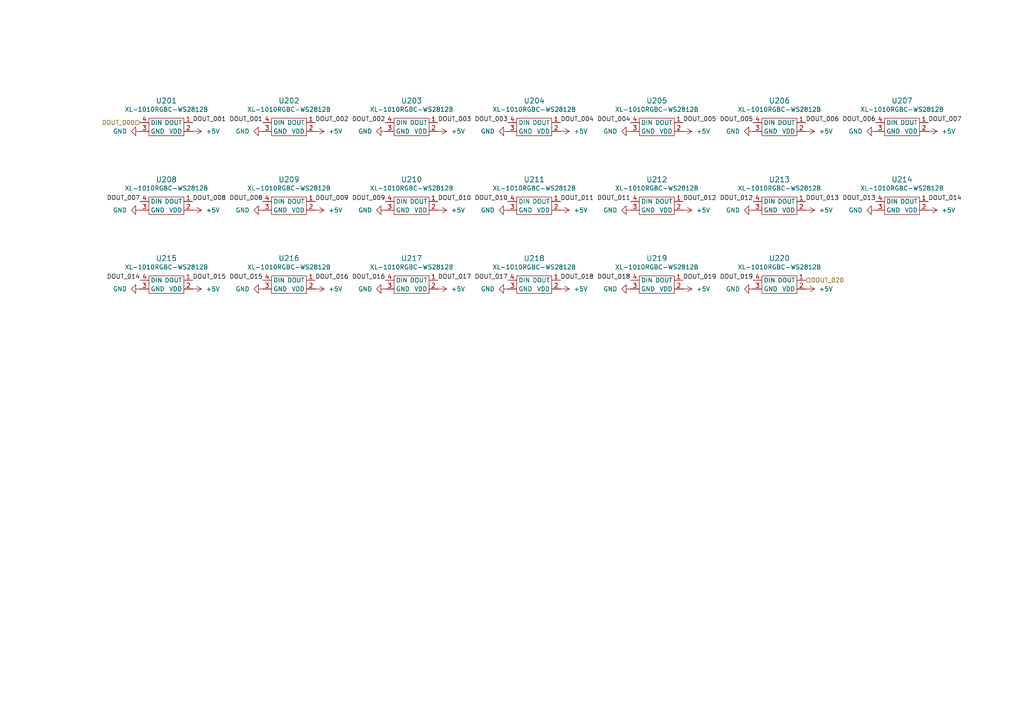
<source format=kicad_sch>
(kicad_sch (version 20250114) (generator "eeschema") (generator_version "9.0")
  (paper "A4")
  (lib_symbols
    (symbol "SK6805-EC10-000:SK6805_EC10-000"
      (property "Reference" "U" (at -2.54 3.556 0))
      (property "Value" "XL-1010RGBC-WS2812B" (at 1.016 -3.81 0))
      (symbol "SK6805_EC10-000_1_1"
        (rectangle (start -5.08 2.54) (end 5.08 -2.54))
        (pin passive line (at -7.62 1.27 0) (length 2.54) (name "DIN") (number "4"))
        (pin passive line (at -7.62 -1.27 0) (length 2.54) (name "GND") (number "3"))
        (pin passive line (at 7.62 1.27 180) (length 2.54) (name "DOUT") (number "1"))
        (pin passive line (at 7.62 -1.27 180) (length 2.54) (name "VDD") (number "2"))
      )
    )
    (symbol "power:+5V" (power) (pin_numbers (hide yes)) (pin_names (offset 0) (hide yes))
      (property "Value" "+5V" (at 0 3.556 0))
      (symbol "+5V_0_1"
        (polyline (pts (xy -0.762 1.27) (xy 0 2.54)))
        (polyline (pts (xy 0 2.54) (xy 0.762 1.27)))
        (polyline (pts (xy 0 0) (xy 0 2.54)))
      )
      (symbol "+5V_1_1"
        (pin power_in line (at 0 0 90) (length 0) (name "~") (number "1"))
      )
    )
    (symbol "power:GND" (power) (pin_numbers (hide yes)) (pin_names (offset 0) (hide yes))
      (property "Value" "GND" (at 0 -3.81 0))
      (symbol "GND_0_1"
        (polyline (pts (xy 0 0) (xy 0 -1.27) (xy 1.27 -1.27) (xy 0 -2.54) (xy -1.27 -1.27) (xy 0 -1.27)))
      )
      (symbol "GND_1_1"
        (pin power_in line (at 0 0 270) (length 0) (name "~") (number "1"))
      )
    )
  )
  (label "DOUT_014" (at 40.64 81.28 180))
  (label "DOUT_011" (at 182.88 58.42 180))
  (label "DOUT_012" (at 218.44 58.42 180))
  (label "DOUT_018" (at 162.56 81.28 0))
  (label "DOUT_017" (at 127 81.28 0))
  (label "DOUT_004" (at 182.88 35.56 180))
  (label "DOUT_007" (at 269.24 35.56 0))
  (label "DOUT_008" (at 76.2 58.42 180))
  (label "DOUT_012" (at 198.12 58.42 0))
  (label "DOUT_017" (at 147.32 81.28 180))
  (label "DOUT_002" (at 111.76 35.56 180))
  (label "DOUT_015" (at 76.2 81.28 180))
  (label "DOUT_003" (at 147.32 35.56 180))
  (label "DOUT_005" (at 218.44 35.56 180))
  (label "DOUT_019" (at 218.44 81.28 180))
  (label "DOUT_004" (at 162.56 35.56 0))
  (label "DOUT_001" (at 76.2 35.56 180))
  (label "DOUT_016" (at 111.76 81.28 180))
  (label "DOUT_006" (at 233.68 35.56 0))
  (label "DOUT_005" (at 198.12 35.56 0))
  (label "DOUT_001" (at 55.88 35.56 0))
  (label "DOUT_015" (at 55.88 81.28 0))
  (label "DOUT_016" (at 91.44 81.28 0))
  (label "DOUT_011" (at 162.56 58.42 0))
  (label "DOUT_018" (at 182.88 81.28 180))
  (label "DOUT_009" (at 111.76 58.42 180))
  (label "DOUT_006" (at 254 35.56 180))
  (label "DOUT_003" (at 127 35.56 0))
  (label "DOUT_008" (at 55.88 58.42 0))
  (label "DOUT_007" (at 40.64 58.42 180))
  (label "DOUT_014" (at 269.24 58.42 0))
  (label "DOUT_009" (at 91.44 58.42 0))
  (label "DOUT_013" (at 233.68 58.42 0))
  (label "DOUT_010" (at 147.32 58.42 180))
  (label "DOUT_019" (at 198.12 81.28 0))
  (label "DOUT_002" (at 91.44 35.56 0))
  (label "DOUT_013" (at 254 58.42 180))
  (label "DOUT_010" (at 127 58.42 0))
  (hierarchical_label "DOUT_000" (shape input) (at 40.64 35.56 180))
  (hierarchical_label "DOUT_020" (shape input) (at 233.68 81.28 0))
  (symbol (lib_id "SK6805-EC10-000:SK6805_EC10-000") (at 83.82 36.83 0) (unit 1)
    (property "Reference" "U202" (at 83.82 29.21 0) (effects (font (size 1.524 1.524))))
    (property "Value" "XL-1010RGBC-WS2812B" (at 83.82 31.75 0))
    (property "Footprint" "SK6805-EC10-000:SMD-4P,1.1x1.1mm" (effects (hide yes)))
    (property "Datasheet" "4492" (effects (hide yes)))
    (property "LCSC" "C5349953" (effects (hide yes)))
  )
  (symbol (lib_id "power:GND") (at 147.32 83.82 270) (unit 1)
    (property "Reference" "#PWR839" (effects (hide yes)))
    (property "Value" "GND" (at 143.51 83.8199 90) (effects (justify right)))
    (property "Description" "Power symbol creates a global label with name \"GND\" , ground" (effects (hide yes)))
  )
  (symbol (lib_id "power:GND") (at 40.64 60.96 270) (unit 1)
    (property "Reference" "#PWR802" (effects (hide yes)))
    (property "Value" "GND" (at 36.83 60.9599 90) (effects (justify right)))
    (property "Description" "Power symbol creates a global label with name \"GND\" , ground" (effects (hide yes)))
  )
  (symbol (lib_id "power:GND") (at 76.2 38.1 270) (unit 1)
    (property "Reference" "#PWR813" (effects (hide yes)))
    (property "Value" "GND" (at 72.39 38.0999 90) (effects (justify right)))
    (property "Description" "Power symbol creates a global label with name \"GND\" , ground" (effects (hide yes)))
  )
  (symbol (lib_id "power:GND") (at 147.32 60.96 270) (unit 1)
    (property "Reference" "#PWR838" (effects (hide yes)))
    (property "Value" "GND" (at 143.51 60.9599 90) (effects (justify right)))
    (property "Description" "Power symbol creates a global label with name \"GND\" , ground" (effects (hide yes)))
  )
  (symbol (lib_id "power:GND") (at 182.88 38.1 270) (unit 1)
    (property "Reference" "#PWR849" (effects (hide yes)))
    (property "Value" "GND" (at 179.07 38.0999 90) (effects (justify right)))
    (property "Description" "Power symbol creates a global label with name \"GND\" , ground" (effects (hide yes)))
  )
  (symbol (lib_id "SK6805-EC10-000:SK6805_EC10-000") (at 261.62 59.69 0) (unit 1)
    (property "Reference" "U214" (at 261.62 52.07 0) (effects (font (size 1.524 1.524))))
    (property "Value" "XL-1010RGBC-WS2812B" (at 261.62 54.61 0))
    (property "Footprint" "SK6805-EC10-000:SMD-4P,1.1x1.1mm" (effects (hide yes)))
    (property "Datasheet" "4492" (effects (hide yes)))
    (property "LCSC" "C5349953" (effects (hide yes)))
  )
  (symbol (lib_id "power:GND") (at 76.2 83.82 270) (unit 1)
    (property "Reference" "#PWR815" (effects (hide yes)))
    (property "Value" "GND" (at 72.39 83.8199 90) (effects (justify right)))
    (property "Description" "Power symbol creates a global label with name \"GND\" , ground" (effects (hide yes)))
  )
  (symbol (lib_id "power:+5V") (at 162.56 38.1 270) (unit 1)
    (property "Reference" "#PWR846" (effects (hide yes)))
    (property "Value" "+5V" (at 166.37 38.1001 90) (effects (justify left)))
    (property "Description" "Power symbol creates a global label with name \"+5V\"" (effects (hide yes)))
  )
  (symbol (lib_id "power:GND") (at 40.64 83.82 270) (unit 1)
    (property "Reference" "#PWR803" (effects (hide yes)))
    (property "Value" "GND" (at 36.83 83.8199 90) (effects (justify right)))
    (property "Description" "Power symbol creates a global label with name \"GND\" , ground" (effects (hide yes)))
  )
  (symbol (lib_id "power:+5V") (at 55.88 60.96 270) (unit 1)
    (property "Reference" "#PWR811" (effects (hide yes)))
    (property "Value" "+5V" (at 59.69 60.9601 90) (effects (justify left)))
    (property "Description" "Power symbol creates a global label with name \"+5V\"" (effects (hide yes)))
  )
  (symbol (lib_id "power:GND") (at 147.32 38.1 270) (unit 1)
    (property "Reference" "#PWR837" (effects (hide yes)))
    (property "Value" "GND" (at 143.51 38.0999 90) (effects (justify right)))
    (property "Description" "Power symbol creates a global label with name \"GND\" , ground" (effects (hide yes)))
  )
  (symbol (lib_id "SK6805-EC10-000:SK6805_EC10-000") (at 119.38 82.55 0) (unit 1)
    (property "Reference" "U217" (at 119.38 74.93 0) (effects (font (size 1.524 1.524))))
    (property "Value" "XL-1010RGBC-WS2812B" (at 119.38 77.47 0))
    (property "Footprint" "SK6805-EC10-000:SMD-4P,1.1x1.1mm" (effects (hide yes)))
    (property "Datasheet" "4492" (effects (hide yes)))
    (property "LCSC" "C5349953" (effects (hide yes)))
  )
  (symbol (lib_id "power:GND") (at 218.44 83.82 270) (unit 1)
    (property "Reference" "#PWR863" (effects (hide yes)))
    (property "Value" "GND" (at 214.63 83.8199 90) (effects (justify right)))
    (property "Description" "Power symbol creates a global label with name \"GND\" , ground" (effects (hide yes)))
  )
  (symbol (lib_id "power:+5V") (at 269.24 60.96 270) (unit 1)
    (property "Reference" "#PWR880" (effects (hide yes)))
    (property "Value" "+5V" (at 273.05 60.9601 90) (effects (justify left)))
    (property "Description" "Power symbol creates a global label with name \"+5V\"" (effects (hide yes)))
  )
  (symbol (lib_id "power:+5V") (at 198.12 83.82 270) (unit 1)
    (property "Reference" "#PWR860" (effects (hide yes)))
    (property "Value" "+5V" (at 201.93 83.8201 90) (effects (justify left)))
    (property "Description" "Power symbol creates a global label with name \"+5V\"" (effects (hide yes)))
  )
  (symbol (lib_id "power:GND") (at 254 38.1 270) (unit 1)
    (property "Reference" "#PWR873" (effects (hide yes)))
    (property "Value" "GND" (at 250.19 38.0999 90) (effects (justify right)))
    (property "Description" "Power symbol creates a global label with name \"GND\" , ground" (effects (hide yes)))
  )
  (symbol (lib_id "power:GND") (at 254 60.96 270) (unit 1)
    (property "Reference" "#PWR874" (effects (hide yes)))
    (property "Value" "GND" (at 250.19 60.9599 90) (effects (justify right)))
    (property "Description" "Power symbol creates a global label with name \"GND\" , ground" (effects (hide yes)))
  )
  (symbol (lib_id "power:+5V") (at 198.12 60.96 270) (unit 1)
    (property "Reference" "#PWR859" (effects (hide yes)))
    (property "Value" "+5V" (at 201.93 60.9601 90) (effects (justify left)))
    (property "Description" "Power symbol creates a global label with name \"+5V\"" (effects (hide yes)))
  )
  (symbol (lib_id "power:GND") (at 218.44 38.1 270) (unit 1)
    (property "Reference" "#PWR861" (effects (hide yes)))
    (property "Value" "GND" (at 214.63 38.0999 90) (effects (justify right)))
    (property "Description" "Power symbol creates a global label with name \"GND\" , ground" (effects (hide yes)))
  )
  (symbol (lib_id "SK6805-EC10-000:SK6805_EC10-000") (at 190.5 59.69 0) (unit 1)
    (property "Reference" "U212" (at 190.5 52.07 0) (effects (font (size 1.524 1.524))))
    (property "Value" "XL-1010RGBC-WS2812B" (at 190.5 54.61 0))
    (property "Footprint" "SK6805-EC10-000:SMD-4P,1.1x1.1mm" (effects (hide yes)))
    (property "Datasheet" "4492" (effects (hide yes)))
    (property "LCSC" "C5349953" (effects (hide yes)))
  )
  (symbol (lib_id "SK6805-EC10-000:SK6805_EC10-000") (at 48.26 36.83 0) (unit 1)
    (property "Reference" "U201" (at 48.26 29.21 0) (effects (font (size 1.524 1.524))))
    (property "Value" "XL-1010RGBC-WS2812B" (at 48.26 31.75 0))
    (property "Footprint" "SK6805-EC10-000:SMD-4P,1.1x1.1mm" (effects (hide yes)))
    (property "Datasheet" "4492" (effects (hide yes)))
    (property "LCSC" "C5349953" (effects (hide yes)))
  )
  (symbol (lib_id "power:+5V") (at 162.56 83.82 270) (unit 1)
    (property "Reference" "#PWR848" (effects (hide yes)))
    (property "Value" "+5V" (at 166.37 83.8201 90) (effects (justify left)))
    (property "Description" "Power symbol creates a global label with name \"+5V\"" (effects (hide yes)))
  )
  (symbol (lib_id "SK6805-EC10-000:SK6805_EC10-000") (at 190.5 36.83 0) (unit 1)
    (property "Reference" "U205" (at 190.5 29.21 0) (effects (font (size 1.524 1.524))))
    (property "Value" "XL-1010RGBC-WS2812B" (at 190.5 31.75 0))
    (property "Footprint" "SK6805-EC10-000:SMD-4P,1.1x1.1mm" (effects (hide yes)))
    (property "Datasheet" "4492" (effects (hide yes)))
    (property "LCSC" "C5349953" (effects (hide yes)))
  )
  (symbol (lib_id "SK6805-EC10-000:SK6805_EC10-000") (at 154.94 82.55 0) (unit 1)
    (property "Reference" "U218" (at 154.94 74.93 0) (effects (font (size 1.524 1.524))))
    (property "Value" "XL-1010RGBC-WS2812B" (at 154.94 77.47 0))
    (property "Footprint" "SK6805-EC10-000:SMD-4P,1.1x1.1mm" (effects (hide yes)))
    (property "Datasheet" "4492" (effects (hide yes)))
    (property "LCSC" "C5349953" (effects (hide yes)))
  )
  (symbol (lib_id "power:+5V") (at 127 60.96 270) (unit 1)
    (property "Reference" "#PWR835" (effects (hide yes)))
    (property "Value" "+5V" (at 130.81 60.9601 90) (effects (justify left)))
    (property "Description" "Power symbol creates a global label with name \"+5V\"" (effects (hide yes)))
  )
  (symbol (lib_id "power:GND") (at 76.2 60.96 270) (unit 1)
    (property "Reference" "#PWR814" (effects (hide yes)))
    (property "Value" "GND" (at 72.39 60.9599 90) (effects (justify right)))
    (property "Description" "Power symbol creates a global label with name \"GND\" , ground" (effects (hide yes)))
  )
  (symbol (lib_id "SK6805-EC10-000:SK6805_EC10-000") (at 190.5 82.55 0) (unit 1)
    (property "Reference" "U219" (at 190.5 74.93 0) (effects (font (size 1.524 1.524))))
    (property "Value" "XL-1010RGBC-WS2812B" (at 190.5 77.47 0))
    (property "Footprint" "SK6805-EC10-000:SMD-4P,1.1x1.1mm" (effects (hide yes)))
    (property "Datasheet" "4492" (effects (hide yes)))
    (property "LCSC" "C5349953" (effects (hide yes)))
  )
  (symbol (lib_id "power:GND") (at 182.88 83.82 270) (unit 1)
    (property "Reference" "#PWR851" (effects (hide yes)))
    (property "Value" "GND" (at 179.07 83.8199 90) (effects (justify right)))
    (property "Description" "Power symbol creates a global label with name \"GND\" , ground" (effects (hide yes)))
  )
  (symbol (lib_id "power:GND") (at 218.44 60.96 270) (unit 1)
    (property "Reference" "#PWR862" (effects (hide yes)))
    (property "Value" "GND" (at 214.63 60.9599 90) (effects (justify right)))
    (property "Description" "Power symbol creates a global label with name \"GND\" , ground" (effects (hide yes)))
  )
  (symbol (lib_id "power:+5V") (at 91.44 60.96 270) (unit 1)
    (property "Reference" "#PWR823" (effects (hide yes)))
    (property "Value" "+5V" (at 95.25 60.9601 90) (effects (justify left)))
    (property "Description" "Power symbol creates a global label with name \"+5V\"" (effects (hide yes)))
  )
  (symbol (lib_id "power:+5V") (at 198.12 38.1 270) (unit 1)
    (property "Reference" "#PWR858" (effects (hide yes)))
    (property "Value" "+5V" (at 201.93 38.1001 90) (effects (justify left)))
    (property "Description" "Power symbol creates a global label with name \"+5V\"" (effects (hide yes)))
  )
  (symbol (lib_id "SK6805-EC10-000:SK6805_EC10-000") (at 48.26 59.69 0) (unit 1)
    (property "Reference" "U208" (at 48.26 52.07 0) (effects (font (size 1.524 1.524))))
    (property "Value" "XL-1010RGBC-WS2812B" (at 48.26 54.61 0))
    (property "Footprint" "SK6805-EC10-000:SMD-4P,1.1x1.1mm" (effects (hide yes)))
    (property "Datasheet" "4492" (effects (hide yes)))
    (property "LCSC" "C5349953" (effects (hide yes)))
  )
  (symbol (lib_id "power:GND") (at 40.64 38.1 270) (unit 1)
    (property "Reference" "#PWR801" (effects (hide yes)))
    (property "Value" "GND" (at 36.83 38.0999 90) (effects (justify right)))
    (property "Description" "Power symbol creates a global label with name \"GND\" , ground" (effects (hide yes)))
  )
  (symbol (lib_id "power:+5V") (at 162.56 60.96 270) (unit 1)
    (property "Reference" "#PWR847" (effects (hide yes)))
    (property "Value" "+5V" (at 166.37 60.9601 90) (effects (justify left)))
    (property "Description" "Power symbol creates a global label with name \"+5V\"" (effects (hide yes)))
  )
  (symbol (lib_id "power:+5V") (at 55.88 38.1 270) (unit 1)
    (property "Reference" "#PWR810" (effects (hide yes)))
    (property "Value" "+5V" (at 59.69 38.1001 90) (effects (justify left)))
    (property "Description" "Power symbol creates a global label with name \"+5V\"" (effects (hide yes)))
  )
  (symbol (lib_id "SK6805-EC10-000:SK6805_EC10-000") (at 154.94 36.83 0) (unit 1)
    (property "Reference" "U204" (at 154.94 29.21 0) (effects (font (size 1.524 1.524))))
    (property "Value" "XL-1010RGBC-WS2812B" (at 154.94 31.75 0))
    (property "Footprint" "SK6805-EC10-000:SMD-4P,1.1x1.1mm" (effects (hide yes)))
    (property "Datasheet" "4492" (effects (hide yes)))
    (property "LCSC" "C5349953" (effects (hide yes)))
  )
  (symbol (lib_id "power:+5V") (at 269.24 38.1 270) (unit 1)
    (property "Reference" "#PWR879" (effects (hide yes)))
    (property "Value" "+5V" (at 273.05 38.1001 90) (effects (justify left)))
    (property "Description" "Power symbol creates a global label with name \"+5V\"" (effects (hide yes)))
  )
  (symbol (lib_id "power:+5V") (at 55.88 83.82 270) (unit 1)
    (property "Reference" "#PWR812" (effects (hide yes)))
    (property "Value" "+5V" (at 59.69 83.8201 90) (effects (justify left)))
    (property "Description" "Power symbol creates a global label with name \"+5V\"" (effects (hide yes)))
  )
  (symbol (lib_id "SK6805-EC10-000:SK6805_EC10-000") (at 119.38 59.69 0) (unit 1)
    (property "Reference" "U210" (at 119.38 52.07 0) (effects (font (size 1.524 1.524))))
    (property "Value" "XL-1010RGBC-WS2812B" (at 119.38 54.61 0))
    (property "Footprint" "SK6805-EC10-000:SMD-4P,1.1x1.1mm" (effects (hide yes)))
    (property "Datasheet" "4492" (effects (hide yes)))
    (property "LCSC" "C5349953" (effects (hide yes)))
  )
  (symbol (lib_id "SK6805-EC10-000:SK6805_EC10-000") (at 226.06 59.69 0) (unit 1)
    (property "Reference" "U213" (at 226.06 52.07 0) (effects (font (size 1.524 1.524))))
    (property "Value" "XL-1010RGBC-WS2812B" (at 226.06 54.61 0))
    (property "Footprint" "SK6805-EC10-000:SMD-4P,1.1x1.1mm" (effects (hide yes)))
    (property "Datasheet" "4492" (effects (hide yes)))
    (property "LCSC" "C5349953" (effects (hide yes)))
  )
  (symbol (lib_id "power:+5V") (at 127 83.82 270) (unit 1)
    (property "Reference" "#PWR836" (effects (hide yes)))
    (property "Value" "+5V" (at 130.81 83.8201 90) (effects (justify left)))
    (property "Description" "Power symbol creates a global label with name \"+5V\"" (effects (hide yes)))
  )
  (symbol (lib_id "SK6805-EC10-000:SK6805_EC10-000") (at 83.82 82.55 0) (unit 1)
    (property "Reference" "U216" (at 83.82 74.93 0) (effects (font (size 1.524 1.524))))
    (property "Value" "XL-1010RGBC-WS2812B" (at 83.82 77.47 0))
    (property "Footprint" "SK6805-EC10-000:SMD-4P,1.1x1.1mm" (effects (hide yes)))
    (property "Datasheet" "4492" (effects (hide yes)))
    (property "LCSC" "C5349953" (effects (hide yes)))
  )
  (symbol (lib_id "SK6805-EC10-000:SK6805_EC10-000") (at 226.06 36.83 0) (unit 1)
    (property "Reference" "U206" (at 226.06 29.21 0) (effects (font (size 1.524 1.524))))
    (property "Value" "XL-1010RGBC-WS2812B" (at 226.06 31.75 0))
    (property "Footprint" "SK6805-EC10-000:SMD-4P,1.1x1.1mm" (effects (hide yes)))
    (property "Datasheet" "4492" (effects (hide yes)))
    (property "LCSC" "C5349953" (effects (hide yes)))
  )
  (symbol (lib_id "power:+5V") (at 233.68 83.82 270) (unit 1)
    (property "Reference" "#PWR872" (effects (hide yes)))
    (property "Value" "+5V" (at 237.49 83.8201 90) (effects (justify left)))
    (property "Description" "Power symbol creates a global label with name \"+5V\"" (effects (hide yes)))
  )
  (symbol (lib_id "SK6805-EC10-000:SK6805_EC10-000") (at 83.82 59.69 0) (unit 1)
    (property "Reference" "U209" (at 83.82 52.07 0) (effects (font (size 1.524 1.524))))
    (property "Value" "XL-1010RGBC-WS2812B" (at 83.82 54.61 0))
    (property "Footprint" "SK6805-EC10-000:SMD-4P,1.1x1.1mm" (effects (hide yes)))
    (property "Datasheet" "4492" (effects (hide yes)))
    (property "LCSC" "C5349953" (effects (hide yes)))
  )
  (symbol (lib_id "power:GND") (at 111.76 60.96 270) (unit 1)
    (property "Reference" "#PWR826" (effects (hide yes)))
    (property "Value" "GND" (at 107.95 60.9599 90) (effects (justify right)))
    (property "Description" "Power symbol creates a global label with name \"GND\" , ground" (effects (hide yes)))
  )
  (symbol (lib_id "SK6805-EC10-000:SK6805_EC10-000") (at 154.94 59.69 0) (unit 1)
    (property "Reference" "U211" (at 154.94 52.07 0) (effects (font (size 1.524 1.524))))
    (property "Value" "XL-1010RGBC-WS2812B" (at 154.94 54.61 0))
    (property "Footprint" "SK6805-EC10-000:SMD-4P,1.1x1.1mm" (effects (hide yes)))
    (property "Datasheet" "4492" (effects (hide yes)))
    (property "LCSC" "C5349953" (effects (hide yes)))
  )
  (symbol (lib_id "power:+5V") (at 127 38.1 270) (unit 1)
    (property "Reference" "#PWR834" (effects (hide yes)))
    (property "Value" "+5V" (at 130.81 38.1001 90) (effects (justify left)))
    (property "Description" "Power symbol creates a global label with name \"+5V\"" (effects (hide yes)))
  )
  (symbol (lib_id "SK6805-EC10-000:SK6805_EC10-000") (at 119.38 36.83 0) (unit 1)
    (property "Reference" "U203" (at 119.38 29.21 0) (effects (font (size 1.524 1.524))))
    (property "Value" "XL-1010RGBC-WS2812B" (at 119.38 31.75 0))
    (property "Footprint" "SK6805-EC10-000:SMD-4P,1.1x1.1mm" (effects (hide yes)))
    (property "Datasheet" "4492" (effects (hide yes)))
    (property "LCSC" "C5349953" (effects (hide yes)))
  )
  (symbol (lib_id "power:+5V") (at 91.44 83.82 270) (unit 1)
    (property "Reference" "#PWR824" (effects (hide yes)))
    (property "Value" "+5V" (at 95.25 83.8201 90) (effects (justify left)))
    (property "Description" "Power symbol creates a global label with name \"+5V\"" (effects (hide yes)))
  )
  (symbol (lib_id "power:+5V") (at 91.44 38.1 270) (unit 1)
    (property "Reference" "#PWR822" (effects (hide yes)))
    (property "Value" "+5V" (at 95.25 38.1001 90) (effects (justify left)))
    (property "Description" "Power symbol creates a global label with name \"+5V\"" (effects (hide yes)))
  )
  (symbol (lib_id "SK6805-EC10-000:SK6805_EC10-000") (at 226.06 82.55 0) (unit 1)
    (property "Reference" "U220" (at 226.06 74.93 0) (effects (font (size 1.524 1.524))))
    (property "Value" "XL-1010RGBC-WS2812B" (at 226.06 77.47 0))
    (property "Footprint" "SK6805-EC10-000:SMD-4P,1.1x1.1mm" (effects (hide yes)))
    (property "Datasheet" "4492" (effects (hide yes)))
    (property "LCSC" "C5349953" (effects (hide yes)))
  )
  (symbol (lib_id "SK6805-EC10-000:SK6805_EC10-000") (at 48.26 82.55 0) (unit 1)
    (property "Reference" "U215" (at 48.26 74.93 0) (effects (font (size 1.524 1.524))))
    (property "Value" "XL-1010RGBC-WS2812B" (at 48.26 77.47 0))
    (property "Footprint" "SK6805-EC10-000:SMD-4P,1.1x1.1mm" (effects (hide yes)))
    (property "Datasheet" "4492" (effects (hide yes)))
    (property "LCSC" "C5349953" (effects (hide yes)))
  )
  (symbol (lib_id "power:GND") (at 182.88 60.96 270) (unit 1)
    (property "Reference" "#PWR850" (effects (hide yes)))
    (property "Value" "GND" (at 179.07 60.9599 90) (effects (justify right)))
    (property "Description" "Power symbol creates a global label with name \"GND\" , ground" (effects (hide yes)))
  )
  (symbol (lib_id "power:GND") (at 111.76 38.1 270) (unit 1)
    (property "Reference" "#PWR825" (effects (hide yes)))
    (property "Value" "GND" (at 107.95 38.0999 90) (effects (justify right)))
    (property "Description" "Power symbol creates a global label with name \"GND\" , ground" (effects (hide yes)))
  )
  (symbol (lib_id "power:+5V") (at 233.68 60.96 270) (unit 1)
    (property "Reference" "#PWR871" (effects (hide yes)))
    (property "Value" "+5V" (at 237.49 60.9601 90) (effects (justify left)))
    (property "Description" "Power symbol creates a global label with name \"+5V\"" (effects (hide yes)))
  )
  (symbol (lib_id "power:GND") (at 111.76 83.82 270) (unit 1)
    (property "Reference" "#PWR827" (effects (hide yes)))
    (property "Value" "GND" (at 107.95 83.8199 90) (effects (justify right)))
    (property "Description" "Power symbol creates a global label with name \"GND\" , ground" (effects (hide yes)))
  )
  (symbol (lib_id "power:+5V") (at 233.68 38.1 270) (unit 1)
    (property "Reference" "#PWR870" (effects (hide yes)))
    (property "Value" "+5V" (at 237.49 38.1001 90) (effects (justify left)))
    (property "Description" "Power symbol creates a global label with name \"+5V\"" (effects (hide yes)))
  )
  (symbol (lib_id "SK6805-EC10-000:SK6805_EC10-000") (at 261.62 36.83 0) (unit 1)
    (property "Reference" "U207" (at 261.62 29.21 0) (effects (font (size 1.524 1.524))))
    (property "Value" "XL-1010RGBC-WS2812B" (at 261.62 31.75 0))
    (property "Footprint" "SK6805-EC10-000:SMD-4P,1.1x1.1mm" (effects (hide yes)))
    (property "Datasheet" "4492" (effects (hide yes)))
    (property "LCSC" "C5349953" (effects (hide yes)))
  )
)
</source>
